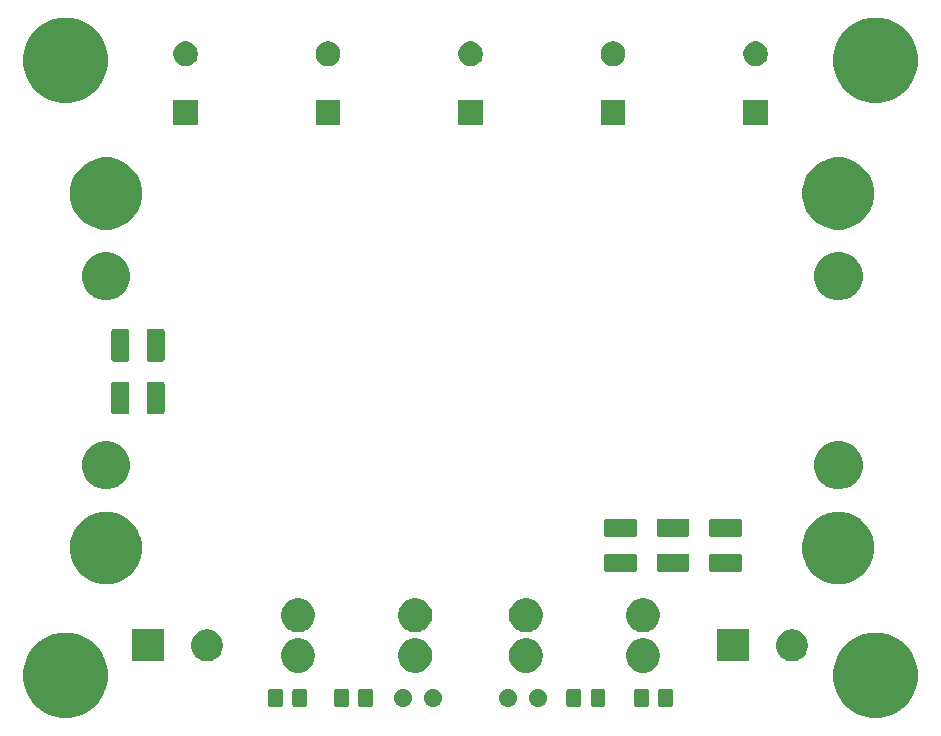
<source format=gts>
G04 #@! TF.GenerationSoftware,KiCad,Pcbnew,5.0.2+dfsg1-1*
G04 #@! TF.CreationDate,2021-08-07T23:33:46+09:00*
G04 #@! TF.ProjectId,juice-plus,6a756963-652d-4706-9c75-732e6b696361,rev?*
G04 #@! TF.SameCoordinates,Original*
G04 #@! TF.FileFunction,Soldermask,Top*
G04 #@! TF.FilePolarity,Negative*
%FSLAX46Y46*%
G04 Gerber Fmt 4.6, Leading zero omitted, Abs format (unit mm)*
G04 Created by KiCad (PCBNEW 5.0.2+dfsg1-1) date Sat 07 Aug 2021 11:33:46 PM JST*
%MOMM*%
%LPD*%
G01*
G04 APERTURE LIST*
%ADD10C,0.100000*%
G04 APERTURE END LIST*
D10*
G36*
X121065079Y-145763345D02*
X121065082Y-145763346D01*
X121065081Y-145763346D01*
X121720240Y-146034721D01*
X122305385Y-146425703D01*
X122309869Y-146428699D01*
X122811301Y-146930131D01*
X122811303Y-146930134D01*
X123205279Y-147519760D01*
X123294181Y-147734390D01*
X123476655Y-148174921D01*
X123615000Y-148870429D01*
X123615000Y-149579571D01*
X123476655Y-150275079D01*
X123476654Y-150275081D01*
X123205279Y-150930240D01*
X122834111Y-151485732D01*
X122811301Y-151519869D01*
X122309869Y-152021301D01*
X122309866Y-152021303D01*
X121720240Y-152415279D01*
X121161026Y-152646912D01*
X121065079Y-152686655D01*
X120369571Y-152825000D01*
X119660429Y-152825000D01*
X118964921Y-152686655D01*
X118868974Y-152646912D01*
X118309760Y-152415279D01*
X117720134Y-152021303D01*
X117720131Y-152021301D01*
X117218699Y-151519869D01*
X117195889Y-151485732D01*
X116824721Y-150930240D01*
X116553346Y-150275081D01*
X116553345Y-150275079D01*
X116415000Y-149579571D01*
X116415000Y-148870429D01*
X116553345Y-148174921D01*
X116735819Y-147734390D01*
X116824721Y-147519760D01*
X117218697Y-146930134D01*
X117218699Y-146930131D01*
X117720131Y-146428699D01*
X117724615Y-146425703D01*
X118309760Y-146034721D01*
X118964919Y-145763346D01*
X118964918Y-145763346D01*
X118964921Y-145763345D01*
X119660429Y-145625000D01*
X120369571Y-145625000D01*
X121065079Y-145763345D01*
X121065079Y-145763345D01*
G37*
G36*
X52485079Y-145763345D02*
X52485082Y-145763346D01*
X52485081Y-145763346D01*
X53140240Y-146034721D01*
X53725385Y-146425703D01*
X53729869Y-146428699D01*
X54231301Y-146930131D01*
X54231303Y-146930134D01*
X54625279Y-147519760D01*
X54714181Y-147734390D01*
X54896655Y-148174921D01*
X55035000Y-148870429D01*
X55035000Y-149579571D01*
X54896655Y-150275079D01*
X54896654Y-150275081D01*
X54625279Y-150930240D01*
X54254111Y-151485732D01*
X54231301Y-151519869D01*
X53729869Y-152021301D01*
X53729866Y-152021303D01*
X53140240Y-152415279D01*
X52581026Y-152646912D01*
X52485079Y-152686655D01*
X51789571Y-152825000D01*
X51080429Y-152825000D01*
X50384921Y-152686655D01*
X50288974Y-152646912D01*
X49729760Y-152415279D01*
X49140134Y-152021303D01*
X49140131Y-152021301D01*
X48638699Y-151519869D01*
X48615889Y-151485732D01*
X48244721Y-150930240D01*
X47973346Y-150275081D01*
X47973345Y-150275079D01*
X47835000Y-149579571D01*
X47835000Y-148870429D01*
X47973345Y-148174921D01*
X48155819Y-147734390D01*
X48244721Y-147519760D01*
X48638697Y-146930134D01*
X48638699Y-146930131D01*
X49140131Y-146428699D01*
X49144615Y-146425703D01*
X49729760Y-146034721D01*
X50384919Y-145763346D01*
X50384918Y-145763346D01*
X50384921Y-145763345D01*
X51080429Y-145625000D01*
X51789571Y-145625000D01*
X52485079Y-145763345D01*
X52485079Y-145763345D01*
G37*
G36*
X71728677Y-150383465D02*
X71766364Y-150394898D01*
X71801103Y-150413466D01*
X71831548Y-150438452D01*
X71856534Y-150468897D01*
X71875102Y-150503636D01*
X71886535Y-150541323D01*
X71891000Y-150586661D01*
X71891000Y-151673339D01*
X71886535Y-151718677D01*
X71875102Y-151756364D01*
X71856534Y-151791103D01*
X71831548Y-151821548D01*
X71801103Y-151846534D01*
X71766364Y-151865102D01*
X71728677Y-151876535D01*
X71683339Y-151881000D01*
X70846661Y-151881000D01*
X70801323Y-151876535D01*
X70763636Y-151865102D01*
X70728897Y-151846534D01*
X70698452Y-151821548D01*
X70673466Y-151791103D01*
X70654898Y-151756364D01*
X70643465Y-151718677D01*
X70639000Y-151673339D01*
X70639000Y-150586661D01*
X70643465Y-150541323D01*
X70654898Y-150503636D01*
X70673466Y-150468897D01*
X70698452Y-150438452D01*
X70728897Y-150413466D01*
X70763636Y-150394898D01*
X70801323Y-150383465D01*
X70846661Y-150379000D01*
X71683339Y-150379000D01*
X71728677Y-150383465D01*
X71728677Y-150383465D01*
G37*
G36*
X89032004Y-150390544D02*
X89119059Y-150407860D01*
X89255732Y-150464472D01*
X89314345Y-150503636D01*
X89378738Y-150546662D01*
X89483338Y-150651262D01*
X89483340Y-150651265D01*
X89565528Y-150774268D01*
X89622140Y-150910941D01*
X89651000Y-151056033D01*
X89651000Y-151203967D01*
X89622140Y-151349059D01*
X89565528Y-151485732D01*
X89565527Y-151485733D01*
X89483338Y-151608738D01*
X89378738Y-151713338D01*
X89378735Y-151713340D01*
X89255732Y-151795528D01*
X89119059Y-151852140D01*
X89053893Y-151865102D01*
X88973969Y-151881000D01*
X88826031Y-151881000D01*
X88746107Y-151865102D01*
X88680941Y-151852140D01*
X88544268Y-151795528D01*
X88421265Y-151713340D01*
X88421262Y-151713338D01*
X88316662Y-151608738D01*
X88234473Y-151485733D01*
X88234472Y-151485732D01*
X88177860Y-151349059D01*
X88149000Y-151203967D01*
X88149000Y-151056033D01*
X88177860Y-150910941D01*
X88234472Y-150774268D01*
X88316660Y-150651265D01*
X88316662Y-150651262D01*
X88421262Y-150546662D01*
X88485655Y-150503636D01*
X88544268Y-150464472D01*
X88680941Y-150407860D01*
X88767996Y-150390544D01*
X88826031Y-150379000D01*
X88973969Y-150379000D01*
X89032004Y-150390544D01*
X89032004Y-150390544D01*
G37*
G36*
X91572004Y-150390544D02*
X91659059Y-150407860D01*
X91795732Y-150464472D01*
X91854345Y-150503636D01*
X91918738Y-150546662D01*
X92023338Y-150651262D01*
X92023340Y-150651265D01*
X92105528Y-150774268D01*
X92162140Y-150910941D01*
X92191000Y-151056033D01*
X92191000Y-151203967D01*
X92162140Y-151349059D01*
X92105528Y-151485732D01*
X92105527Y-151485733D01*
X92023338Y-151608738D01*
X91918738Y-151713338D01*
X91918735Y-151713340D01*
X91795732Y-151795528D01*
X91659059Y-151852140D01*
X91593893Y-151865102D01*
X91513969Y-151881000D01*
X91366031Y-151881000D01*
X91286107Y-151865102D01*
X91220941Y-151852140D01*
X91084268Y-151795528D01*
X90961265Y-151713340D01*
X90961262Y-151713338D01*
X90856662Y-151608738D01*
X90774473Y-151485733D01*
X90774472Y-151485732D01*
X90717860Y-151349059D01*
X90689000Y-151203967D01*
X90689000Y-151056033D01*
X90717860Y-150910941D01*
X90774472Y-150774268D01*
X90856660Y-150651265D01*
X90856662Y-150651262D01*
X90961262Y-150546662D01*
X91025655Y-150503636D01*
X91084268Y-150464472D01*
X91220941Y-150407860D01*
X91307996Y-150390544D01*
X91366031Y-150379000D01*
X91513969Y-150379000D01*
X91572004Y-150390544D01*
X91572004Y-150390544D01*
G37*
G36*
X80142004Y-150390544D02*
X80229059Y-150407860D01*
X80365732Y-150464472D01*
X80424345Y-150503636D01*
X80488738Y-150546662D01*
X80593338Y-150651262D01*
X80593340Y-150651265D01*
X80675528Y-150774268D01*
X80732140Y-150910941D01*
X80761000Y-151056033D01*
X80761000Y-151203967D01*
X80732140Y-151349059D01*
X80675528Y-151485732D01*
X80675527Y-151485733D01*
X80593338Y-151608738D01*
X80488738Y-151713338D01*
X80488735Y-151713340D01*
X80365732Y-151795528D01*
X80229059Y-151852140D01*
X80163893Y-151865102D01*
X80083969Y-151881000D01*
X79936031Y-151881000D01*
X79856107Y-151865102D01*
X79790941Y-151852140D01*
X79654268Y-151795528D01*
X79531265Y-151713340D01*
X79531262Y-151713338D01*
X79426662Y-151608738D01*
X79344473Y-151485733D01*
X79344472Y-151485732D01*
X79287860Y-151349059D01*
X79259000Y-151203967D01*
X79259000Y-151056033D01*
X79287860Y-150910941D01*
X79344472Y-150774268D01*
X79426660Y-150651265D01*
X79426662Y-150651262D01*
X79531262Y-150546662D01*
X79595655Y-150503636D01*
X79654268Y-150464472D01*
X79790941Y-150407860D01*
X79877996Y-150390544D01*
X79936031Y-150379000D01*
X80083969Y-150379000D01*
X80142004Y-150390544D01*
X80142004Y-150390544D01*
G37*
G36*
X82682004Y-150390544D02*
X82769059Y-150407860D01*
X82905732Y-150464472D01*
X82964345Y-150503636D01*
X83028738Y-150546662D01*
X83133338Y-150651262D01*
X83133340Y-150651265D01*
X83215528Y-150774268D01*
X83272140Y-150910941D01*
X83301000Y-151056033D01*
X83301000Y-151203967D01*
X83272140Y-151349059D01*
X83215528Y-151485732D01*
X83215527Y-151485733D01*
X83133338Y-151608738D01*
X83028738Y-151713338D01*
X83028735Y-151713340D01*
X82905732Y-151795528D01*
X82769059Y-151852140D01*
X82703893Y-151865102D01*
X82623969Y-151881000D01*
X82476031Y-151881000D01*
X82396107Y-151865102D01*
X82330941Y-151852140D01*
X82194268Y-151795528D01*
X82071265Y-151713340D01*
X82071262Y-151713338D01*
X81966662Y-151608738D01*
X81884473Y-151485733D01*
X81884472Y-151485732D01*
X81827860Y-151349059D01*
X81799000Y-151203967D01*
X81799000Y-151056033D01*
X81827860Y-150910941D01*
X81884472Y-150774268D01*
X81966660Y-150651265D01*
X81966662Y-150651262D01*
X82071262Y-150546662D01*
X82135655Y-150503636D01*
X82194268Y-150464472D01*
X82330941Y-150407860D01*
X82417996Y-150390544D01*
X82476031Y-150379000D01*
X82623969Y-150379000D01*
X82682004Y-150390544D01*
X82682004Y-150390544D01*
G37*
G36*
X94933677Y-150383465D02*
X94971364Y-150394898D01*
X95006103Y-150413466D01*
X95036548Y-150438452D01*
X95061534Y-150468897D01*
X95080102Y-150503636D01*
X95091535Y-150541323D01*
X95096000Y-150586661D01*
X95096000Y-151673339D01*
X95091535Y-151718677D01*
X95080102Y-151756364D01*
X95061534Y-151791103D01*
X95036548Y-151821548D01*
X95006103Y-151846534D01*
X94971364Y-151865102D01*
X94933677Y-151876535D01*
X94888339Y-151881000D01*
X94051661Y-151881000D01*
X94006323Y-151876535D01*
X93968636Y-151865102D01*
X93933897Y-151846534D01*
X93903452Y-151821548D01*
X93878466Y-151791103D01*
X93859898Y-151756364D01*
X93848465Y-151718677D01*
X93844000Y-151673339D01*
X93844000Y-150586661D01*
X93848465Y-150541323D01*
X93859898Y-150503636D01*
X93878466Y-150468897D01*
X93903452Y-150438452D01*
X93933897Y-150413466D01*
X93968636Y-150394898D01*
X94006323Y-150383465D01*
X94051661Y-150379000D01*
X94888339Y-150379000D01*
X94933677Y-150383465D01*
X94933677Y-150383465D01*
G37*
G36*
X96983677Y-150383465D02*
X97021364Y-150394898D01*
X97056103Y-150413466D01*
X97086548Y-150438452D01*
X97111534Y-150468897D01*
X97130102Y-150503636D01*
X97141535Y-150541323D01*
X97146000Y-150586661D01*
X97146000Y-151673339D01*
X97141535Y-151718677D01*
X97130102Y-151756364D01*
X97111534Y-151791103D01*
X97086548Y-151821548D01*
X97056103Y-151846534D01*
X97021364Y-151865102D01*
X96983677Y-151876535D01*
X96938339Y-151881000D01*
X96101661Y-151881000D01*
X96056323Y-151876535D01*
X96018636Y-151865102D01*
X95983897Y-151846534D01*
X95953452Y-151821548D01*
X95928466Y-151791103D01*
X95909898Y-151756364D01*
X95898465Y-151718677D01*
X95894000Y-151673339D01*
X95894000Y-150586661D01*
X95898465Y-150541323D01*
X95909898Y-150503636D01*
X95928466Y-150468897D01*
X95953452Y-150438452D01*
X95983897Y-150413466D01*
X96018636Y-150394898D01*
X96056323Y-150383465D01*
X96101661Y-150379000D01*
X96938339Y-150379000D01*
X96983677Y-150383465D01*
X96983677Y-150383465D01*
G37*
G36*
X77298677Y-150383465D02*
X77336364Y-150394898D01*
X77371103Y-150413466D01*
X77401548Y-150438452D01*
X77426534Y-150468897D01*
X77445102Y-150503636D01*
X77456535Y-150541323D01*
X77461000Y-150586661D01*
X77461000Y-151673339D01*
X77456535Y-151718677D01*
X77445102Y-151756364D01*
X77426534Y-151791103D01*
X77401548Y-151821548D01*
X77371103Y-151846534D01*
X77336364Y-151865102D01*
X77298677Y-151876535D01*
X77253339Y-151881000D01*
X76416661Y-151881000D01*
X76371323Y-151876535D01*
X76333636Y-151865102D01*
X76298897Y-151846534D01*
X76268452Y-151821548D01*
X76243466Y-151791103D01*
X76224898Y-151756364D01*
X76213465Y-151718677D01*
X76209000Y-151673339D01*
X76209000Y-150586661D01*
X76213465Y-150541323D01*
X76224898Y-150503636D01*
X76243466Y-150468897D01*
X76268452Y-150438452D01*
X76298897Y-150413466D01*
X76333636Y-150394898D01*
X76371323Y-150383465D01*
X76416661Y-150379000D01*
X77253339Y-150379000D01*
X77298677Y-150383465D01*
X77298677Y-150383465D01*
G37*
G36*
X75248677Y-150383465D02*
X75286364Y-150394898D01*
X75321103Y-150413466D01*
X75351548Y-150438452D01*
X75376534Y-150468897D01*
X75395102Y-150503636D01*
X75406535Y-150541323D01*
X75411000Y-150586661D01*
X75411000Y-151673339D01*
X75406535Y-151718677D01*
X75395102Y-151756364D01*
X75376534Y-151791103D01*
X75351548Y-151821548D01*
X75321103Y-151846534D01*
X75286364Y-151865102D01*
X75248677Y-151876535D01*
X75203339Y-151881000D01*
X74366661Y-151881000D01*
X74321323Y-151876535D01*
X74283636Y-151865102D01*
X74248897Y-151846534D01*
X74218452Y-151821548D01*
X74193466Y-151791103D01*
X74174898Y-151756364D01*
X74163465Y-151718677D01*
X74159000Y-151673339D01*
X74159000Y-150586661D01*
X74163465Y-150541323D01*
X74174898Y-150503636D01*
X74193466Y-150468897D01*
X74218452Y-150438452D01*
X74248897Y-150413466D01*
X74283636Y-150394898D01*
X74321323Y-150383465D01*
X74366661Y-150379000D01*
X75203339Y-150379000D01*
X75248677Y-150383465D01*
X75248677Y-150383465D01*
G37*
G36*
X100648677Y-150383465D02*
X100686364Y-150394898D01*
X100721103Y-150413466D01*
X100751548Y-150438452D01*
X100776534Y-150468897D01*
X100795102Y-150503636D01*
X100806535Y-150541323D01*
X100811000Y-150586661D01*
X100811000Y-151673339D01*
X100806535Y-151718677D01*
X100795102Y-151756364D01*
X100776534Y-151791103D01*
X100751548Y-151821548D01*
X100721103Y-151846534D01*
X100686364Y-151865102D01*
X100648677Y-151876535D01*
X100603339Y-151881000D01*
X99766661Y-151881000D01*
X99721323Y-151876535D01*
X99683636Y-151865102D01*
X99648897Y-151846534D01*
X99618452Y-151821548D01*
X99593466Y-151791103D01*
X99574898Y-151756364D01*
X99563465Y-151718677D01*
X99559000Y-151673339D01*
X99559000Y-150586661D01*
X99563465Y-150541323D01*
X99574898Y-150503636D01*
X99593466Y-150468897D01*
X99618452Y-150438452D01*
X99648897Y-150413466D01*
X99683636Y-150394898D01*
X99721323Y-150383465D01*
X99766661Y-150379000D01*
X100603339Y-150379000D01*
X100648677Y-150383465D01*
X100648677Y-150383465D01*
G37*
G36*
X102698677Y-150383465D02*
X102736364Y-150394898D01*
X102771103Y-150413466D01*
X102801548Y-150438452D01*
X102826534Y-150468897D01*
X102845102Y-150503636D01*
X102856535Y-150541323D01*
X102861000Y-150586661D01*
X102861000Y-151673339D01*
X102856535Y-151718677D01*
X102845102Y-151756364D01*
X102826534Y-151791103D01*
X102801548Y-151821548D01*
X102771103Y-151846534D01*
X102736364Y-151865102D01*
X102698677Y-151876535D01*
X102653339Y-151881000D01*
X101816661Y-151881000D01*
X101771323Y-151876535D01*
X101733636Y-151865102D01*
X101698897Y-151846534D01*
X101668452Y-151821548D01*
X101643466Y-151791103D01*
X101624898Y-151756364D01*
X101613465Y-151718677D01*
X101609000Y-151673339D01*
X101609000Y-150586661D01*
X101613465Y-150541323D01*
X101624898Y-150503636D01*
X101643466Y-150468897D01*
X101668452Y-150438452D01*
X101698897Y-150413466D01*
X101733636Y-150394898D01*
X101771323Y-150383465D01*
X101816661Y-150379000D01*
X102653339Y-150379000D01*
X102698677Y-150383465D01*
X102698677Y-150383465D01*
G37*
G36*
X69678677Y-150383465D02*
X69716364Y-150394898D01*
X69751103Y-150413466D01*
X69781548Y-150438452D01*
X69806534Y-150468897D01*
X69825102Y-150503636D01*
X69836535Y-150541323D01*
X69841000Y-150586661D01*
X69841000Y-151673339D01*
X69836535Y-151718677D01*
X69825102Y-151756364D01*
X69806534Y-151791103D01*
X69781548Y-151821548D01*
X69751103Y-151846534D01*
X69716364Y-151865102D01*
X69678677Y-151876535D01*
X69633339Y-151881000D01*
X68796661Y-151881000D01*
X68751323Y-151876535D01*
X68713636Y-151865102D01*
X68678897Y-151846534D01*
X68648452Y-151821548D01*
X68623466Y-151791103D01*
X68604898Y-151756364D01*
X68593465Y-151718677D01*
X68589000Y-151673339D01*
X68589000Y-150586661D01*
X68593465Y-150541323D01*
X68604898Y-150503636D01*
X68623466Y-150468897D01*
X68648452Y-150438452D01*
X68678897Y-150413466D01*
X68713636Y-150394898D01*
X68751323Y-150383465D01*
X68796661Y-150379000D01*
X69633339Y-150379000D01*
X69678677Y-150383465D01*
X69678677Y-150383465D01*
G37*
G36*
X100750324Y-146159377D02*
X101012568Y-146268002D01*
X101248587Y-146425705D01*
X101449295Y-146626413D01*
X101606998Y-146862432D01*
X101715623Y-147124676D01*
X101771000Y-147403073D01*
X101771000Y-147686927D01*
X101715623Y-147965324D01*
X101606998Y-148227568D01*
X101449295Y-148463587D01*
X101248587Y-148664295D01*
X101012568Y-148821998D01*
X100750324Y-148930623D01*
X100471927Y-148986000D01*
X100188073Y-148986000D01*
X99909676Y-148930623D01*
X99647432Y-148821998D01*
X99411413Y-148664295D01*
X99210705Y-148463587D01*
X99053002Y-148227568D01*
X98944377Y-147965324D01*
X98889000Y-147686927D01*
X98889000Y-147403073D01*
X98944377Y-147124676D01*
X99053002Y-146862432D01*
X99210705Y-146626413D01*
X99411413Y-146425705D01*
X99647432Y-146268002D01*
X99909676Y-146159377D01*
X100188073Y-146104000D01*
X100471927Y-146104000D01*
X100750324Y-146159377D01*
X100750324Y-146159377D01*
G37*
G36*
X71540324Y-146159377D02*
X71802568Y-146268002D01*
X72038587Y-146425705D01*
X72239295Y-146626413D01*
X72396998Y-146862432D01*
X72505623Y-147124676D01*
X72561000Y-147403073D01*
X72561000Y-147686927D01*
X72505623Y-147965324D01*
X72396998Y-148227568D01*
X72239295Y-148463587D01*
X72038587Y-148664295D01*
X71802568Y-148821998D01*
X71540324Y-148930623D01*
X71261927Y-148986000D01*
X70978073Y-148986000D01*
X70699676Y-148930623D01*
X70437432Y-148821998D01*
X70201413Y-148664295D01*
X70000705Y-148463587D01*
X69843002Y-148227568D01*
X69734377Y-147965324D01*
X69679000Y-147686927D01*
X69679000Y-147403073D01*
X69734377Y-147124676D01*
X69843002Y-146862432D01*
X70000705Y-146626413D01*
X70201413Y-146425705D01*
X70437432Y-146268002D01*
X70699676Y-146159377D01*
X70978073Y-146104000D01*
X71261927Y-146104000D01*
X71540324Y-146159377D01*
X71540324Y-146159377D01*
G37*
G36*
X81460324Y-146159377D02*
X81722568Y-146268002D01*
X81958587Y-146425705D01*
X82159295Y-146626413D01*
X82316998Y-146862432D01*
X82425623Y-147124676D01*
X82481000Y-147403073D01*
X82481000Y-147686927D01*
X82425623Y-147965324D01*
X82316998Y-148227568D01*
X82159295Y-148463587D01*
X81958587Y-148664295D01*
X81722568Y-148821998D01*
X81460324Y-148930623D01*
X81181927Y-148986000D01*
X80898073Y-148986000D01*
X80619676Y-148930623D01*
X80357432Y-148821998D01*
X80121413Y-148664295D01*
X79920705Y-148463587D01*
X79763002Y-148227568D01*
X79654377Y-147965324D01*
X79599000Y-147686927D01*
X79599000Y-147403073D01*
X79654377Y-147124676D01*
X79763002Y-146862432D01*
X79920705Y-146626413D01*
X80121413Y-146425705D01*
X80357432Y-146268002D01*
X80619676Y-146159377D01*
X80898073Y-146104000D01*
X81181927Y-146104000D01*
X81460324Y-146159377D01*
X81460324Y-146159377D01*
G37*
G36*
X90830324Y-146159377D02*
X91092568Y-146268002D01*
X91328587Y-146425705D01*
X91529295Y-146626413D01*
X91686998Y-146862432D01*
X91795623Y-147124676D01*
X91851000Y-147403073D01*
X91851000Y-147686927D01*
X91795623Y-147965324D01*
X91686998Y-148227568D01*
X91529295Y-148463587D01*
X91328587Y-148664295D01*
X91092568Y-148821998D01*
X90830324Y-148930623D01*
X90551927Y-148986000D01*
X90268073Y-148986000D01*
X89989676Y-148930623D01*
X89727432Y-148821998D01*
X89491413Y-148664295D01*
X89290705Y-148463587D01*
X89133002Y-148227568D01*
X89024377Y-147965324D01*
X88969000Y-147686927D01*
X88969000Y-147403073D01*
X89024377Y-147124676D01*
X89133002Y-146862432D01*
X89290705Y-146626413D01*
X89491413Y-146425705D01*
X89727432Y-146268002D01*
X89989676Y-146159377D01*
X90268073Y-146104000D01*
X90551927Y-146104000D01*
X90830324Y-146159377D01*
X90830324Y-146159377D01*
G37*
G36*
X59771000Y-148036000D02*
X57069000Y-148036000D01*
X57069000Y-145334000D01*
X59771000Y-145334000D01*
X59771000Y-148036000D01*
X59771000Y-148036000D01*
G37*
G36*
X63683567Y-145359959D02*
X63814072Y-145385918D01*
X64059939Y-145487759D01*
X64265333Y-145625000D01*
X64281215Y-145635612D01*
X64469388Y-145823785D01*
X64469390Y-145823788D01*
X64617241Y-146045061D01*
X64709586Y-146268003D01*
X64719082Y-146290929D01*
X64771000Y-146551937D01*
X64771000Y-146818063D01*
X64762174Y-146862432D01*
X64719082Y-147079072D01*
X64617241Y-147324939D01*
X64565032Y-147403074D01*
X64469388Y-147546215D01*
X64281215Y-147734388D01*
X64281212Y-147734390D01*
X64059939Y-147882241D01*
X63814072Y-147984082D01*
X63683567Y-148010041D01*
X63553063Y-148036000D01*
X63286937Y-148036000D01*
X63156433Y-148010041D01*
X63025928Y-147984082D01*
X62780061Y-147882241D01*
X62558788Y-147734390D01*
X62558785Y-147734388D01*
X62370612Y-147546215D01*
X62274968Y-147403074D01*
X62222759Y-147324939D01*
X62120918Y-147079072D01*
X62077826Y-146862432D01*
X62069000Y-146818063D01*
X62069000Y-146551937D01*
X62120918Y-146290929D01*
X62130414Y-146268003D01*
X62222759Y-146045061D01*
X62370610Y-145823788D01*
X62370612Y-145823785D01*
X62558785Y-145635612D01*
X62574667Y-145625000D01*
X62780061Y-145487759D01*
X63025928Y-145385918D01*
X63156433Y-145359959D01*
X63286937Y-145334000D01*
X63553063Y-145334000D01*
X63683567Y-145359959D01*
X63683567Y-145359959D01*
G37*
G36*
X109301000Y-148036000D02*
X106599000Y-148036000D01*
X106599000Y-145334000D01*
X109301000Y-145334000D01*
X109301000Y-148036000D01*
X109301000Y-148036000D01*
G37*
G36*
X113213567Y-145359959D02*
X113344072Y-145385918D01*
X113589939Y-145487759D01*
X113795333Y-145625000D01*
X113811215Y-145635612D01*
X113999388Y-145823785D01*
X113999390Y-145823788D01*
X114147241Y-146045061D01*
X114239586Y-146268003D01*
X114249082Y-146290929D01*
X114301000Y-146551937D01*
X114301000Y-146818063D01*
X114292174Y-146862432D01*
X114249082Y-147079072D01*
X114147241Y-147324939D01*
X114095032Y-147403074D01*
X113999388Y-147546215D01*
X113811215Y-147734388D01*
X113811212Y-147734390D01*
X113589939Y-147882241D01*
X113344072Y-147984082D01*
X113213567Y-148010041D01*
X113083063Y-148036000D01*
X112816937Y-148036000D01*
X112686433Y-148010041D01*
X112555928Y-147984082D01*
X112310061Y-147882241D01*
X112088788Y-147734390D01*
X112088785Y-147734388D01*
X111900612Y-147546215D01*
X111804968Y-147403074D01*
X111752759Y-147324939D01*
X111650918Y-147079072D01*
X111607826Y-146862432D01*
X111599000Y-146818063D01*
X111599000Y-146551937D01*
X111650918Y-146290929D01*
X111660414Y-146268003D01*
X111752759Y-146045061D01*
X111900610Y-145823788D01*
X111900612Y-145823785D01*
X112088785Y-145635612D01*
X112104667Y-145625000D01*
X112310061Y-145487759D01*
X112555928Y-145385918D01*
X112686433Y-145359959D01*
X112816937Y-145334000D01*
X113083063Y-145334000D01*
X113213567Y-145359959D01*
X113213567Y-145359959D01*
G37*
G36*
X100750324Y-142759377D02*
X101012568Y-142868002D01*
X101248587Y-143025705D01*
X101449295Y-143226413D01*
X101606998Y-143462432D01*
X101715623Y-143724676D01*
X101771000Y-144003073D01*
X101771000Y-144286927D01*
X101715623Y-144565324D01*
X101606998Y-144827568D01*
X101449295Y-145063587D01*
X101248587Y-145264295D01*
X101012568Y-145421998D01*
X100750324Y-145530623D01*
X100471927Y-145586000D01*
X100188073Y-145586000D01*
X99909676Y-145530623D01*
X99647432Y-145421998D01*
X99411413Y-145264295D01*
X99210705Y-145063587D01*
X99053002Y-144827568D01*
X98944377Y-144565324D01*
X98889000Y-144286927D01*
X98889000Y-144003073D01*
X98944377Y-143724676D01*
X99053002Y-143462432D01*
X99210705Y-143226413D01*
X99411413Y-143025705D01*
X99647432Y-142868002D01*
X99909676Y-142759377D01*
X100188073Y-142704000D01*
X100471927Y-142704000D01*
X100750324Y-142759377D01*
X100750324Y-142759377D01*
G37*
G36*
X71540324Y-142759377D02*
X71802568Y-142868002D01*
X72038587Y-143025705D01*
X72239295Y-143226413D01*
X72396998Y-143462432D01*
X72505623Y-143724676D01*
X72561000Y-144003073D01*
X72561000Y-144286927D01*
X72505623Y-144565324D01*
X72396998Y-144827568D01*
X72239295Y-145063587D01*
X72038587Y-145264295D01*
X71802568Y-145421998D01*
X71540324Y-145530623D01*
X71261927Y-145586000D01*
X70978073Y-145586000D01*
X70699676Y-145530623D01*
X70437432Y-145421998D01*
X70201413Y-145264295D01*
X70000705Y-145063587D01*
X69843002Y-144827568D01*
X69734377Y-144565324D01*
X69679000Y-144286927D01*
X69679000Y-144003073D01*
X69734377Y-143724676D01*
X69843002Y-143462432D01*
X70000705Y-143226413D01*
X70201413Y-143025705D01*
X70437432Y-142868002D01*
X70699676Y-142759377D01*
X70978073Y-142704000D01*
X71261927Y-142704000D01*
X71540324Y-142759377D01*
X71540324Y-142759377D01*
G37*
G36*
X81460324Y-142759377D02*
X81722568Y-142868002D01*
X81958587Y-143025705D01*
X82159295Y-143226413D01*
X82316998Y-143462432D01*
X82425623Y-143724676D01*
X82481000Y-144003073D01*
X82481000Y-144286927D01*
X82425623Y-144565324D01*
X82316998Y-144827568D01*
X82159295Y-145063587D01*
X81958587Y-145264295D01*
X81722568Y-145421998D01*
X81460324Y-145530623D01*
X81181927Y-145586000D01*
X80898073Y-145586000D01*
X80619676Y-145530623D01*
X80357432Y-145421998D01*
X80121413Y-145264295D01*
X79920705Y-145063587D01*
X79763002Y-144827568D01*
X79654377Y-144565324D01*
X79599000Y-144286927D01*
X79599000Y-144003073D01*
X79654377Y-143724676D01*
X79763002Y-143462432D01*
X79920705Y-143226413D01*
X80121413Y-143025705D01*
X80357432Y-142868002D01*
X80619676Y-142759377D01*
X80898073Y-142704000D01*
X81181927Y-142704000D01*
X81460324Y-142759377D01*
X81460324Y-142759377D01*
G37*
G36*
X90830324Y-142759377D02*
X91092568Y-142868002D01*
X91328587Y-143025705D01*
X91529295Y-143226413D01*
X91686998Y-143462432D01*
X91795623Y-143724676D01*
X91851000Y-144003073D01*
X91851000Y-144286927D01*
X91795623Y-144565324D01*
X91686998Y-144827568D01*
X91529295Y-145063587D01*
X91328587Y-145264295D01*
X91092568Y-145421998D01*
X90830324Y-145530623D01*
X90551927Y-145586000D01*
X90268073Y-145586000D01*
X89989676Y-145530623D01*
X89727432Y-145421998D01*
X89491413Y-145264295D01*
X89290705Y-145063587D01*
X89133002Y-144827568D01*
X89024377Y-144565324D01*
X88969000Y-144286927D01*
X88969000Y-144003073D01*
X89024377Y-143724676D01*
X89133002Y-143462432D01*
X89290705Y-143226413D01*
X89491413Y-143025705D01*
X89727432Y-142868002D01*
X89989676Y-142759377D01*
X90268073Y-142704000D01*
X90551927Y-142704000D01*
X90830324Y-142759377D01*
X90830324Y-142759377D01*
G37*
G36*
X55753941Y-135496248D02*
X55753943Y-135496249D01*
X55753944Y-135496249D01*
X56309190Y-135726239D01*
X56743786Y-136016627D01*
X56808902Y-136060136D01*
X57233864Y-136485098D01*
X57233866Y-136485101D01*
X57567761Y-136984810D01*
X57774263Y-137483352D01*
X57797752Y-137540059D01*
X57915000Y-138129501D01*
X57915000Y-138730499D01*
X57820736Y-139204395D01*
X57797751Y-139319944D01*
X57567761Y-139875190D01*
X57567760Y-139875191D01*
X57233864Y-140374902D01*
X56808902Y-140799864D01*
X56808899Y-140799866D01*
X56309190Y-141133761D01*
X55753944Y-141363751D01*
X55753943Y-141363751D01*
X55753941Y-141363752D01*
X55164499Y-141481000D01*
X54563501Y-141481000D01*
X53974059Y-141363752D01*
X53974057Y-141363751D01*
X53974056Y-141363751D01*
X53418810Y-141133761D01*
X52919101Y-140799866D01*
X52919098Y-140799864D01*
X52494136Y-140374902D01*
X52160240Y-139875191D01*
X52160239Y-139875190D01*
X51930249Y-139319944D01*
X51907265Y-139204395D01*
X51813000Y-138730499D01*
X51813000Y-138129501D01*
X51930248Y-137540059D01*
X51953737Y-137483352D01*
X52160239Y-136984810D01*
X52494134Y-136485101D01*
X52494136Y-136485098D01*
X52919098Y-136060136D01*
X52984214Y-136016627D01*
X53418810Y-135726239D01*
X53974056Y-135496249D01*
X53974057Y-135496249D01*
X53974059Y-135496248D01*
X54563501Y-135379000D01*
X55164499Y-135379000D01*
X55753941Y-135496248D01*
X55753941Y-135496248D01*
G37*
G36*
X117753941Y-135496248D02*
X117753943Y-135496249D01*
X117753944Y-135496249D01*
X118309190Y-135726239D01*
X118743786Y-136016627D01*
X118808902Y-136060136D01*
X119233864Y-136485098D01*
X119233866Y-136485101D01*
X119567761Y-136984810D01*
X119774263Y-137483352D01*
X119797752Y-137540059D01*
X119915000Y-138129501D01*
X119915000Y-138730499D01*
X119820736Y-139204395D01*
X119797751Y-139319944D01*
X119567761Y-139875190D01*
X119567760Y-139875191D01*
X119233864Y-140374902D01*
X118808902Y-140799864D01*
X118808899Y-140799866D01*
X118309190Y-141133761D01*
X117753944Y-141363751D01*
X117753943Y-141363751D01*
X117753941Y-141363752D01*
X117164499Y-141481000D01*
X116563501Y-141481000D01*
X115974059Y-141363752D01*
X115974057Y-141363751D01*
X115974056Y-141363751D01*
X115418810Y-141133761D01*
X114919101Y-140799866D01*
X114919098Y-140799864D01*
X114494136Y-140374902D01*
X114160240Y-139875191D01*
X114160239Y-139875190D01*
X113930249Y-139319944D01*
X113907265Y-139204395D01*
X113813000Y-138730499D01*
X113813000Y-138129501D01*
X113930248Y-137540059D01*
X113953737Y-137483352D01*
X114160239Y-136984810D01*
X114494134Y-136485101D01*
X114494136Y-136485098D01*
X114919098Y-136060136D01*
X114984214Y-136016627D01*
X115418810Y-135726239D01*
X115974056Y-135496249D01*
X115974057Y-135496249D01*
X115974059Y-135496248D01*
X116563501Y-135379000D01*
X117164499Y-135379000D01*
X117753941Y-135496248D01*
X117753941Y-135496248D01*
G37*
G36*
X104095562Y-138940681D02*
X104130477Y-138951273D01*
X104162665Y-138968478D01*
X104190873Y-138991627D01*
X104214022Y-139019835D01*
X104231227Y-139052023D01*
X104241819Y-139086938D01*
X104246000Y-139129395D01*
X104246000Y-140270605D01*
X104241819Y-140313062D01*
X104231227Y-140347977D01*
X104214022Y-140380165D01*
X104190873Y-140408373D01*
X104162665Y-140431522D01*
X104130477Y-140448727D01*
X104095562Y-140459319D01*
X104053105Y-140463500D01*
X101686895Y-140463500D01*
X101644438Y-140459319D01*
X101609523Y-140448727D01*
X101577335Y-140431522D01*
X101549127Y-140408373D01*
X101525978Y-140380165D01*
X101508773Y-140347977D01*
X101498181Y-140313062D01*
X101494000Y-140270605D01*
X101494000Y-139129395D01*
X101498181Y-139086938D01*
X101508773Y-139052023D01*
X101525978Y-139019835D01*
X101549127Y-138991627D01*
X101577335Y-138968478D01*
X101609523Y-138951273D01*
X101644438Y-138940681D01*
X101686895Y-138936500D01*
X104053105Y-138936500D01*
X104095562Y-138940681D01*
X104095562Y-138940681D01*
G37*
G36*
X108540562Y-138940681D02*
X108575477Y-138951273D01*
X108607665Y-138968478D01*
X108635873Y-138991627D01*
X108659022Y-139019835D01*
X108676227Y-139052023D01*
X108686819Y-139086938D01*
X108691000Y-139129395D01*
X108691000Y-140270605D01*
X108686819Y-140313062D01*
X108676227Y-140347977D01*
X108659022Y-140380165D01*
X108635873Y-140408373D01*
X108607665Y-140431522D01*
X108575477Y-140448727D01*
X108540562Y-140459319D01*
X108498105Y-140463500D01*
X106131895Y-140463500D01*
X106089438Y-140459319D01*
X106054523Y-140448727D01*
X106022335Y-140431522D01*
X105994127Y-140408373D01*
X105970978Y-140380165D01*
X105953773Y-140347977D01*
X105943181Y-140313062D01*
X105939000Y-140270605D01*
X105939000Y-139129395D01*
X105943181Y-139086938D01*
X105953773Y-139052023D01*
X105970978Y-139019835D01*
X105994127Y-138991627D01*
X106022335Y-138968478D01*
X106054523Y-138951273D01*
X106089438Y-138940681D01*
X106131895Y-138936500D01*
X108498105Y-138936500D01*
X108540562Y-138940681D01*
X108540562Y-138940681D01*
G37*
G36*
X99650562Y-138940681D02*
X99685477Y-138951273D01*
X99717665Y-138968478D01*
X99745873Y-138991627D01*
X99769022Y-139019835D01*
X99786227Y-139052023D01*
X99796819Y-139086938D01*
X99801000Y-139129395D01*
X99801000Y-140270605D01*
X99796819Y-140313062D01*
X99786227Y-140347977D01*
X99769022Y-140380165D01*
X99745873Y-140408373D01*
X99717665Y-140431522D01*
X99685477Y-140448727D01*
X99650562Y-140459319D01*
X99608105Y-140463500D01*
X97241895Y-140463500D01*
X97199438Y-140459319D01*
X97164523Y-140448727D01*
X97132335Y-140431522D01*
X97104127Y-140408373D01*
X97080978Y-140380165D01*
X97063773Y-140347977D01*
X97053181Y-140313062D01*
X97049000Y-140270605D01*
X97049000Y-139129395D01*
X97053181Y-139086938D01*
X97063773Y-139052023D01*
X97080978Y-139019835D01*
X97104127Y-138991627D01*
X97132335Y-138968478D01*
X97164523Y-138951273D01*
X97199438Y-138940681D01*
X97241895Y-138936500D01*
X99608105Y-138936500D01*
X99650562Y-138940681D01*
X99650562Y-138940681D01*
G37*
G36*
X99650562Y-135965681D02*
X99685477Y-135976273D01*
X99717665Y-135993478D01*
X99745873Y-136016627D01*
X99769022Y-136044835D01*
X99786227Y-136077023D01*
X99796819Y-136111938D01*
X99801000Y-136154395D01*
X99801000Y-137295605D01*
X99796819Y-137338062D01*
X99786227Y-137372977D01*
X99769022Y-137405165D01*
X99745873Y-137433373D01*
X99717665Y-137456522D01*
X99685477Y-137473727D01*
X99650562Y-137484319D01*
X99608105Y-137488500D01*
X97241895Y-137488500D01*
X97199438Y-137484319D01*
X97164523Y-137473727D01*
X97132335Y-137456522D01*
X97104127Y-137433373D01*
X97080978Y-137405165D01*
X97063773Y-137372977D01*
X97053181Y-137338062D01*
X97049000Y-137295605D01*
X97049000Y-136154395D01*
X97053181Y-136111938D01*
X97063773Y-136077023D01*
X97080978Y-136044835D01*
X97104127Y-136016627D01*
X97132335Y-135993478D01*
X97164523Y-135976273D01*
X97199438Y-135965681D01*
X97241895Y-135961500D01*
X99608105Y-135961500D01*
X99650562Y-135965681D01*
X99650562Y-135965681D01*
G37*
G36*
X104095562Y-135965681D02*
X104130477Y-135976273D01*
X104162665Y-135993478D01*
X104190873Y-136016627D01*
X104214022Y-136044835D01*
X104231227Y-136077023D01*
X104241819Y-136111938D01*
X104246000Y-136154395D01*
X104246000Y-137295605D01*
X104241819Y-137338062D01*
X104231227Y-137372977D01*
X104214022Y-137405165D01*
X104190873Y-137433373D01*
X104162665Y-137456522D01*
X104130477Y-137473727D01*
X104095562Y-137484319D01*
X104053105Y-137488500D01*
X101686895Y-137488500D01*
X101644438Y-137484319D01*
X101609523Y-137473727D01*
X101577335Y-137456522D01*
X101549127Y-137433373D01*
X101525978Y-137405165D01*
X101508773Y-137372977D01*
X101498181Y-137338062D01*
X101494000Y-137295605D01*
X101494000Y-136154395D01*
X101498181Y-136111938D01*
X101508773Y-136077023D01*
X101525978Y-136044835D01*
X101549127Y-136016627D01*
X101577335Y-135993478D01*
X101609523Y-135976273D01*
X101644438Y-135965681D01*
X101686895Y-135961500D01*
X104053105Y-135961500D01*
X104095562Y-135965681D01*
X104095562Y-135965681D01*
G37*
G36*
X108540562Y-135965681D02*
X108575477Y-135976273D01*
X108607665Y-135993478D01*
X108635873Y-136016627D01*
X108659022Y-136044835D01*
X108676227Y-136077023D01*
X108686819Y-136111938D01*
X108691000Y-136154395D01*
X108691000Y-137295605D01*
X108686819Y-137338062D01*
X108676227Y-137372977D01*
X108659022Y-137405165D01*
X108635873Y-137433373D01*
X108607665Y-137456522D01*
X108575477Y-137473727D01*
X108540562Y-137484319D01*
X108498105Y-137488500D01*
X106131895Y-137488500D01*
X106089438Y-137484319D01*
X106054523Y-137473727D01*
X106022335Y-137456522D01*
X105994127Y-137433373D01*
X105970978Y-137405165D01*
X105953773Y-137372977D01*
X105943181Y-137338062D01*
X105939000Y-137295605D01*
X105939000Y-136154395D01*
X105943181Y-136111938D01*
X105953773Y-136077023D01*
X105970978Y-136044835D01*
X105994127Y-136016627D01*
X106022335Y-135993478D01*
X106054523Y-135976273D01*
X106089438Y-135965681D01*
X106131895Y-135961500D01*
X108498105Y-135961500D01*
X108540562Y-135965681D01*
X108540562Y-135965681D01*
G37*
G36*
X55462252Y-129457818D02*
X55462254Y-129457819D01*
X55462255Y-129457819D01*
X55835513Y-129612427D01*
X55835514Y-129612428D01*
X56171439Y-129836886D01*
X56457114Y-130122561D01*
X56457116Y-130122564D01*
X56681573Y-130458487D01*
X56836181Y-130831745D01*
X56915000Y-131227994D01*
X56915000Y-131632006D01*
X56836181Y-132028255D01*
X56681573Y-132401513D01*
X56681572Y-132401514D01*
X56457114Y-132737439D01*
X56171439Y-133023114D01*
X56171436Y-133023116D01*
X55835513Y-133247573D01*
X55462255Y-133402181D01*
X55462254Y-133402181D01*
X55462252Y-133402182D01*
X55066007Y-133481000D01*
X54661993Y-133481000D01*
X54265748Y-133402182D01*
X54265746Y-133402181D01*
X54265745Y-133402181D01*
X53892487Y-133247573D01*
X53556564Y-133023116D01*
X53556561Y-133023114D01*
X53270886Y-132737439D01*
X53046428Y-132401514D01*
X53046427Y-132401513D01*
X52891819Y-132028255D01*
X52813000Y-131632006D01*
X52813000Y-131227994D01*
X52891819Y-130831745D01*
X53046427Y-130458487D01*
X53270884Y-130122564D01*
X53270886Y-130122561D01*
X53556561Y-129836886D01*
X53892486Y-129612428D01*
X53892487Y-129612427D01*
X54265745Y-129457819D01*
X54265746Y-129457819D01*
X54265748Y-129457818D01*
X54661993Y-129379000D01*
X55066007Y-129379000D01*
X55462252Y-129457818D01*
X55462252Y-129457818D01*
G37*
G36*
X117462252Y-129457818D02*
X117462254Y-129457819D01*
X117462255Y-129457819D01*
X117835513Y-129612427D01*
X117835514Y-129612428D01*
X118171439Y-129836886D01*
X118457114Y-130122561D01*
X118457116Y-130122564D01*
X118681573Y-130458487D01*
X118836181Y-130831745D01*
X118915000Y-131227994D01*
X118915000Y-131632006D01*
X118836181Y-132028255D01*
X118681573Y-132401513D01*
X118681572Y-132401514D01*
X118457114Y-132737439D01*
X118171439Y-133023114D01*
X118171436Y-133023116D01*
X117835513Y-133247573D01*
X117462255Y-133402181D01*
X117462254Y-133402181D01*
X117462252Y-133402182D01*
X117066007Y-133481000D01*
X116661993Y-133481000D01*
X116265748Y-133402182D01*
X116265746Y-133402181D01*
X116265745Y-133402181D01*
X115892487Y-133247573D01*
X115556564Y-133023116D01*
X115556561Y-133023114D01*
X115270886Y-132737439D01*
X115046428Y-132401514D01*
X115046427Y-132401513D01*
X114891819Y-132028255D01*
X114813000Y-131632006D01*
X114813000Y-131227994D01*
X114891819Y-130831745D01*
X115046427Y-130458487D01*
X115270884Y-130122564D01*
X115270886Y-130122561D01*
X115556561Y-129836886D01*
X115892486Y-129612428D01*
X115892487Y-129612427D01*
X116265745Y-129457819D01*
X116265746Y-129457819D01*
X116265748Y-129457818D01*
X116661993Y-129379000D01*
X117066007Y-129379000D01*
X117462252Y-129457818D01*
X117462252Y-129457818D01*
G37*
G36*
X56693062Y-124358181D02*
X56727977Y-124368773D01*
X56760165Y-124385978D01*
X56788373Y-124409127D01*
X56811522Y-124437335D01*
X56828727Y-124469523D01*
X56839319Y-124504438D01*
X56843500Y-124546895D01*
X56843500Y-126913105D01*
X56839319Y-126955562D01*
X56828727Y-126990477D01*
X56811522Y-127022665D01*
X56788373Y-127050873D01*
X56760165Y-127074022D01*
X56727977Y-127091227D01*
X56693062Y-127101819D01*
X56650605Y-127106000D01*
X55509395Y-127106000D01*
X55466938Y-127101819D01*
X55432023Y-127091227D01*
X55399835Y-127074022D01*
X55371627Y-127050873D01*
X55348478Y-127022665D01*
X55331273Y-126990477D01*
X55320681Y-126955562D01*
X55316500Y-126913105D01*
X55316500Y-124546895D01*
X55320681Y-124504438D01*
X55331273Y-124469523D01*
X55348478Y-124437335D01*
X55371627Y-124409127D01*
X55399835Y-124385978D01*
X55432023Y-124368773D01*
X55466938Y-124358181D01*
X55509395Y-124354000D01*
X56650605Y-124354000D01*
X56693062Y-124358181D01*
X56693062Y-124358181D01*
G37*
G36*
X59668062Y-124358181D02*
X59702977Y-124368773D01*
X59735165Y-124385978D01*
X59763373Y-124409127D01*
X59786522Y-124437335D01*
X59803727Y-124469523D01*
X59814319Y-124504438D01*
X59818500Y-124546895D01*
X59818500Y-126913105D01*
X59814319Y-126955562D01*
X59803727Y-126990477D01*
X59786522Y-127022665D01*
X59763373Y-127050873D01*
X59735165Y-127074022D01*
X59702977Y-127091227D01*
X59668062Y-127101819D01*
X59625605Y-127106000D01*
X58484395Y-127106000D01*
X58441938Y-127101819D01*
X58407023Y-127091227D01*
X58374835Y-127074022D01*
X58346627Y-127050873D01*
X58323478Y-127022665D01*
X58306273Y-126990477D01*
X58295681Y-126955562D01*
X58291500Y-126913105D01*
X58291500Y-124546895D01*
X58295681Y-124504438D01*
X58306273Y-124469523D01*
X58323478Y-124437335D01*
X58346627Y-124409127D01*
X58374835Y-124385978D01*
X58407023Y-124368773D01*
X58441938Y-124358181D01*
X58484395Y-124354000D01*
X59625605Y-124354000D01*
X59668062Y-124358181D01*
X59668062Y-124358181D01*
G37*
G36*
X59668062Y-119913181D02*
X59702977Y-119923773D01*
X59735165Y-119940978D01*
X59763373Y-119964127D01*
X59786522Y-119992335D01*
X59803727Y-120024523D01*
X59814319Y-120059438D01*
X59818500Y-120101895D01*
X59818500Y-122468105D01*
X59814319Y-122510562D01*
X59803727Y-122545477D01*
X59786522Y-122577665D01*
X59763373Y-122605873D01*
X59735165Y-122629022D01*
X59702977Y-122646227D01*
X59668062Y-122656819D01*
X59625605Y-122661000D01*
X58484395Y-122661000D01*
X58441938Y-122656819D01*
X58407023Y-122646227D01*
X58374835Y-122629022D01*
X58346627Y-122605873D01*
X58323478Y-122577665D01*
X58306273Y-122545477D01*
X58295681Y-122510562D01*
X58291500Y-122468105D01*
X58291500Y-120101895D01*
X58295681Y-120059438D01*
X58306273Y-120024523D01*
X58323478Y-119992335D01*
X58346627Y-119964127D01*
X58374835Y-119940978D01*
X58407023Y-119923773D01*
X58441938Y-119913181D01*
X58484395Y-119909000D01*
X59625605Y-119909000D01*
X59668062Y-119913181D01*
X59668062Y-119913181D01*
G37*
G36*
X56693062Y-119913181D02*
X56727977Y-119923773D01*
X56760165Y-119940978D01*
X56788373Y-119964127D01*
X56811522Y-119992335D01*
X56828727Y-120024523D01*
X56839319Y-120059438D01*
X56843500Y-120101895D01*
X56843500Y-122468105D01*
X56839319Y-122510562D01*
X56828727Y-122545477D01*
X56811522Y-122577665D01*
X56788373Y-122605873D01*
X56760165Y-122629022D01*
X56727977Y-122646227D01*
X56693062Y-122656819D01*
X56650605Y-122661000D01*
X55509395Y-122661000D01*
X55466938Y-122656819D01*
X55432023Y-122646227D01*
X55399835Y-122629022D01*
X55371627Y-122605873D01*
X55348478Y-122577665D01*
X55331273Y-122545477D01*
X55320681Y-122510562D01*
X55316500Y-122468105D01*
X55316500Y-120101895D01*
X55320681Y-120059438D01*
X55331273Y-120024523D01*
X55348478Y-119992335D01*
X55371627Y-119964127D01*
X55399835Y-119940978D01*
X55432023Y-119923773D01*
X55466938Y-119913181D01*
X55509395Y-119909000D01*
X56650605Y-119909000D01*
X56693062Y-119913181D01*
X56693062Y-119913181D01*
G37*
G36*
X117462252Y-113457818D02*
X117462254Y-113457819D01*
X117462255Y-113457819D01*
X117835513Y-113612427D01*
X117835514Y-113612428D01*
X118171439Y-113836886D01*
X118457114Y-114122561D01*
X118457116Y-114122564D01*
X118681573Y-114458487D01*
X118836181Y-114831745D01*
X118915000Y-115227994D01*
X118915000Y-115632006D01*
X118836181Y-116028255D01*
X118681573Y-116401513D01*
X118681572Y-116401514D01*
X118457114Y-116737439D01*
X118171439Y-117023114D01*
X118171436Y-117023116D01*
X117835513Y-117247573D01*
X117462255Y-117402181D01*
X117462254Y-117402181D01*
X117462252Y-117402182D01*
X117066007Y-117481000D01*
X116661993Y-117481000D01*
X116265748Y-117402182D01*
X116265746Y-117402181D01*
X116265745Y-117402181D01*
X115892487Y-117247573D01*
X115556564Y-117023116D01*
X115556561Y-117023114D01*
X115270886Y-116737439D01*
X115046428Y-116401514D01*
X115046427Y-116401513D01*
X114891819Y-116028255D01*
X114813000Y-115632006D01*
X114813000Y-115227994D01*
X114891819Y-114831745D01*
X115046427Y-114458487D01*
X115270884Y-114122564D01*
X115270886Y-114122561D01*
X115556561Y-113836886D01*
X115892486Y-113612428D01*
X115892487Y-113612427D01*
X116265745Y-113457819D01*
X116265746Y-113457819D01*
X116265748Y-113457818D01*
X116661993Y-113379000D01*
X117066007Y-113379000D01*
X117462252Y-113457818D01*
X117462252Y-113457818D01*
G37*
G36*
X55462252Y-113457818D02*
X55462254Y-113457819D01*
X55462255Y-113457819D01*
X55835513Y-113612427D01*
X55835514Y-113612428D01*
X56171439Y-113836886D01*
X56457114Y-114122561D01*
X56457116Y-114122564D01*
X56681573Y-114458487D01*
X56836181Y-114831745D01*
X56915000Y-115227994D01*
X56915000Y-115632006D01*
X56836181Y-116028255D01*
X56681573Y-116401513D01*
X56681572Y-116401514D01*
X56457114Y-116737439D01*
X56171439Y-117023114D01*
X56171436Y-117023116D01*
X55835513Y-117247573D01*
X55462255Y-117402181D01*
X55462254Y-117402181D01*
X55462252Y-117402182D01*
X55066007Y-117481000D01*
X54661993Y-117481000D01*
X54265748Y-117402182D01*
X54265746Y-117402181D01*
X54265745Y-117402181D01*
X53892487Y-117247573D01*
X53556564Y-117023116D01*
X53556561Y-117023114D01*
X53270886Y-116737439D01*
X53046428Y-116401514D01*
X53046427Y-116401513D01*
X52891819Y-116028255D01*
X52813000Y-115632006D01*
X52813000Y-115227994D01*
X52891819Y-114831745D01*
X53046427Y-114458487D01*
X53270884Y-114122564D01*
X53270886Y-114122561D01*
X53556561Y-113836886D01*
X53892486Y-113612428D01*
X53892487Y-113612427D01*
X54265745Y-113457819D01*
X54265746Y-113457819D01*
X54265748Y-113457818D01*
X54661993Y-113379000D01*
X55066007Y-113379000D01*
X55462252Y-113457818D01*
X55462252Y-113457818D01*
G37*
G36*
X117753941Y-105496248D02*
X117753943Y-105496249D01*
X117753944Y-105496249D01*
X118309190Y-105726239D01*
X118309191Y-105726240D01*
X118808902Y-106060136D01*
X119233864Y-106485098D01*
X119233866Y-106485101D01*
X119567761Y-106984810D01*
X119797751Y-107540056D01*
X119915000Y-108129503D01*
X119915000Y-108730497D01*
X119797751Y-109319944D01*
X119567761Y-109875190D01*
X119567760Y-109875191D01*
X119233864Y-110374902D01*
X118808902Y-110799864D01*
X118808899Y-110799866D01*
X118309190Y-111133761D01*
X117753944Y-111363751D01*
X117753943Y-111363751D01*
X117753941Y-111363752D01*
X117164499Y-111481000D01*
X116563501Y-111481000D01*
X115974059Y-111363752D01*
X115974057Y-111363751D01*
X115974056Y-111363751D01*
X115418810Y-111133761D01*
X114919101Y-110799866D01*
X114919098Y-110799864D01*
X114494136Y-110374902D01*
X114160240Y-109875191D01*
X114160239Y-109875190D01*
X113930249Y-109319944D01*
X113813000Y-108730497D01*
X113813000Y-108129503D01*
X113930249Y-107540056D01*
X114160239Y-106984810D01*
X114494134Y-106485101D01*
X114494136Y-106485098D01*
X114919098Y-106060136D01*
X115418809Y-105726240D01*
X115418810Y-105726239D01*
X115974056Y-105496249D01*
X115974057Y-105496249D01*
X115974059Y-105496248D01*
X116563501Y-105379000D01*
X117164499Y-105379000D01*
X117753941Y-105496248D01*
X117753941Y-105496248D01*
G37*
G36*
X55753941Y-105496248D02*
X55753943Y-105496249D01*
X55753944Y-105496249D01*
X56309190Y-105726239D01*
X56309191Y-105726240D01*
X56808902Y-106060136D01*
X57233864Y-106485098D01*
X57233866Y-106485101D01*
X57567761Y-106984810D01*
X57797751Y-107540056D01*
X57915000Y-108129503D01*
X57915000Y-108730497D01*
X57797751Y-109319944D01*
X57567761Y-109875190D01*
X57567760Y-109875191D01*
X57233864Y-110374902D01*
X56808902Y-110799864D01*
X56808899Y-110799866D01*
X56309190Y-111133761D01*
X55753944Y-111363751D01*
X55753943Y-111363751D01*
X55753941Y-111363752D01*
X55164499Y-111481000D01*
X54563501Y-111481000D01*
X53974059Y-111363752D01*
X53974057Y-111363751D01*
X53974056Y-111363751D01*
X53418810Y-111133761D01*
X52919101Y-110799866D01*
X52919098Y-110799864D01*
X52494136Y-110374902D01*
X52160240Y-109875191D01*
X52160239Y-109875190D01*
X51930249Y-109319944D01*
X51813000Y-108730497D01*
X51813000Y-108129503D01*
X51930249Y-107540056D01*
X52160239Y-106984810D01*
X52494134Y-106485101D01*
X52494136Y-106485098D01*
X52919098Y-106060136D01*
X53418809Y-105726240D01*
X53418810Y-105726239D01*
X53974056Y-105496249D01*
X53974057Y-105496249D01*
X53974059Y-105496248D01*
X54563501Y-105379000D01*
X55164499Y-105379000D01*
X55753941Y-105496248D01*
X55753941Y-105496248D01*
G37*
G36*
X110906000Y-102651000D02*
X108804000Y-102651000D01*
X108804000Y-100549000D01*
X110906000Y-100549000D01*
X110906000Y-102651000D01*
X110906000Y-102651000D01*
G37*
G36*
X74711000Y-102651000D02*
X72609000Y-102651000D01*
X72609000Y-100549000D01*
X74711000Y-100549000D01*
X74711000Y-102651000D01*
X74711000Y-102651000D01*
G37*
G36*
X86776000Y-102651000D02*
X84674000Y-102651000D01*
X84674000Y-100549000D01*
X86776000Y-100549000D01*
X86776000Y-102651000D01*
X86776000Y-102651000D01*
G37*
G36*
X98841000Y-102651000D02*
X96739000Y-102651000D01*
X96739000Y-100549000D01*
X98841000Y-100549000D01*
X98841000Y-102651000D01*
X98841000Y-102651000D01*
G37*
G36*
X62646000Y-102651000D02*
X60544000Y-102651000D01*
X60544000Y-100549000D01*
X62646000Y-100549000D01*
X62646000Y-102651000D01*
X62646000Y-102651000D01*
G37*
G36*
X121065079Y-93693345D02*
X121065082Y-93693346D01*
X121065081Y-93693346D01*
X121720240Y-93964721D01*
X122307205Y-94356919D01*
X122309869Y-94358699D01*
X122811301Y-94860131D01*
X122811303Y-94860134D01*
X123205279Y-95449760D01*
X123436912Y-96008974D01*
X123476655Y-96104921D01*
X123615000Y-96800429D01*
X123615000Y-97509571D01*
X123476655Y-98205079D01*
X123476654Y-98205081D01*
X123205279Y-98860240D01*
X122813081Y-99447205D01*
X122811301Y-99449869D01*
X122309869Y-99951301D01*
X122309866Y-99951303D01*
X121720240Y-100345279D01*
X121161026Y-100576912D01*
X121065079Y-100616655D01*
X120369571Y-100755000D01*
X119660429Y-100755000D01*
X118964921Y-100616655D01*
X118868974Y-100576912D01*
X118309760Y-100345279D01*
X117720134Y-99951303D01*
X117720131Y-99951301D01*
X117218699Y-99449869D01*
X117216919Y-99447205D01*
X116824721Y-98860240D01*
X116553346Y-98205081D01*
X116553345Y-98205079D01*
X116415000Y-97509571D01*
X116415000Y-96800429D01*
X116553345Y-96104921D01*
X116593088Y-96008974D01*
X116824721Y-95449760D01*
X117218697Y-94860134D01*
X117218699Y-94860131D01*
X117720131Y-94358699D01*
X117722795Y-94356919D01*
X118309760Y-93964721D01*
X118964919Y-93693346D01*
X118964918Y-93693346D01*
X118964921Y-93693345D01*
X119660429Y-93555000D01*
X120369571Y-93555000D01*
X121065079Y-93693345D01*
X121065079Y-93693345D01*
G37*
G36*
X52485079Y-93693345D02*
X52485082Y-93693346D01*
X52485081Y-93693346D01*
X53140240Y-93964721D01*
X53727205Y-94356919D01*
X53729869Y-94358699D01*
X54231301Y-94860131D01*
X54231303Y-94860134D01*
X54625279Y-95449760D01*
X54856912Y-96008974D01*
X54896655Y-96104921D01*
X55035000Y-96800429D01*
X55035000Y-97509571D01*
X54896655Y-98205079D01*
X54896654Y-98205081D01*
X54625279Y-98860240D01*
X54233081Y-99447205D01*
X54231301Y-99449869D01*
X53729869Y-99951301D01*
X53729866Y-99951303D01*
X53140240Y-100345279D01*
X52581026Y-100576912D01*
X52485079Y-100616655D01*
X51789571Y-100755000D01*
X51080429Y-100755000D01*
X50384921Y-100616655D01*
X50288974Y-100576912D01*
X49729760Y-100345279D01*
X49140134Y-99951303D01*
X49140131Y-99951301D01*
X48638699Y-99449869D01*
X48636919Y-99447205D01*
X48244721Y-98860240D01*
X47973346Y-98205081D01*
X47973345Y-98205079D01*
X47835000Y-97509571D01*
X47835000Y-96800429D01*
X47973345Y-96104921D01*
X48013088Y-96008974D01*
X48244721Y-95449760D01*
X48638697Y-94860134D01*
X48638699Y-94860131D01*
X49140131Y-94358699D01*
X49142795Y-94356919D01*
X49729760Y-93964721D01*
X50384919Y-93693346D01*
X50384918Y-93693346D01*
X50384921Y-93693345D01*
X51080429Y-93555000D01*
X51789571Y-93555000D01*
X52485079Y-93693345D01*
X52485079Y-93693345D01*
G37*
G36*
X73966565Y-95589389D02*
X74157834Y-95668615D01*
X74329976Y-95783637D01*
X74476363Y-95930024D01*
X74591385Y-96102166D01*
X74670611Y-96293435D01*
X74711000Y-96496484D01*
X74711000Y-96703516D01*
X74670611Y-96906565D01*
X74591385Y-97097834D01*
X74476363Y-97269976D01*
X74329976Y-97416363D01*
X74157834Y-97531385D01*
X73966565Y-97610611D01*
X73763516Y-97651000D01*
X73556484Y-97651000D01*
X73353435Y-97610611D01*
X73162166Y-97531385D01*
X72990024Y-97416363D01*
X72843637Y-97269976D01*
X72728615Y-97097834D01*
X72649389Y-96906565D01*
X72609000Y-96703516D01*
X72609000Y-96496484D01*
X72649389Y-96293435D01*
X72728615Y-96102166D01*
X72843637Y-95930024D01*
X72990024Y-95783637D01*
X73162166Y-95668615D01*
X73353435Y-95589389D01*
X73556484Y-95549000D01*
X73763516Y-95549000D01*
X73966565Y-95589389D01*
X73966565Y-95589389D01*
G37*
G36*
X86031565Y-95589389D02*
X86222834Y-95668615D01*
X86394976Y-95783637D01*
X86541363Y-95930024D01*
X86656385Y-96102166D01*
X86735611Y-96293435D01*
X86776000Y-96496484D01*
X86776000Y-96703516D01*
X86735611Y-96906565D01*
X86656385Y-97097834D01*
X86541363Y-97269976D01*
X86394976Y-97416363D01*
X86222834Y-97531385D01*
X86031565Y-97610611D01*
X85828516Y-97651000D01*
X85621484Y-97651000D01*
X85418435Y-97610611D01*
X85227166Y-97531385D01*
X85055024Y-97416363D01*
X84908637Y-97269976D01*
X84793615Y-97097834D01*
X84714389Y-96906565D01*
X84674000Y-96703516D01*
X84674000Y-96496484D01*
X84714389Y-96293435D01*
X84793615Y-96102166D01*
X84908637Y-95930024D01*
X85055024Y-95783637D01*
X85227166Y-95668615D01*
X85418435Y-95589389D01*
X85621484Y-95549000D01*
X85828516Y-95549000D01*
X86031565Y-95589389D01*
X86031565Y-95589389D01*
G37*
G36*
X98096565Y-95589389D02*
X98287834Y-95668615D01*
X98459976Y-95783637D01*
X98606363Y-95930024D01*
X98721385Y-96102166D01*
X98800611Y-96293435D01*
X98841000Y-96496484D01*
X98841000Y-96703516D01*
X98800611Y-96906565D01*
X98721385Y-97097834D01*
X98606363Y-97269976D01*
X98459976Y-97416363D01*
X98287834Y-97531385D01*
X98096565Y-97610611D01*
X97893516Y-97651000D01*
X97686484Y-97651000D01*
X97483435Y-97610611D01*
X97292166Y-97531385D01*
X97120024Y-97416363D01*
X96973637Y-97269976D01*
X96858615Y-97097834D01*
X96779389Y-96906565D01*
X96739000Y-96703516D01*
X96739000Y-96496484D01*
X96779389Y-96293435D01*
X96858615Y-96102166D01*
X96973637Y-95930024D01*
X97120024Y-95783637D01*
X97292166Y-95668615D01*
X97483435Y-95589389D01*
X97686484Y-95549000D01*
X97893516Y-95549000D01*
X98096565Y-95589389D01*
X98096565Y-95589389D01*
G37*
G36*
X61901565Y-95589389D02*
X62092834Y-95668615D01*
X62264976Y-95783637D01*
X62411363Y-95930024D01*
X62526385Y-96102166D01*
X62605611Y-96293435D01*
X62646000Y-96496484D01*
X62646000Y-96703516D01*
X62605611Y-96906565D01*
X62526385Y-97097834D01*
X62411363Y-97269976D01*
X62264976Y-97416363D01*
X62092834Y-97531385D01*
X61901565Y-97610611D01*
X61698516Y-97651000D01*
X61491484Y-97651000D01*
X61288435Y-97610611D01*
X61097166Y-97531385D01*
X60925024Y-97416363D01*
X60778637Y-97269976D01*
X60663615Y-97097834D01*
X60584389Y-96906565D01*
X60544000Y-96703516D01*
X60544000Y-96496484D01*
X60584389Y-96293435D01*
X60663615Y-96102166D01*
X60778637Y-95930024D01*
X60925024Y-95783637D01*
X61097166Y-95668615D01*
X61288435Y-95589389D01*
X61491484Y-95549000D01*
X61698516Y-95549000D01*
X61901565Y-95589389D01*
X61901565Y-95589389D01*
G37*
G36*
X110161565Y-95589389D02*
X110352834Y-95668615D01*
X110524976Y-95783637D01*
X110671363Y-95930024D01*
X110786385Y-96102166D01*
X110865611Y-96293435D01*
X110906000Y-96496484D01*
X110906000Y-96703516D01*
X110865611Y-96906565D01*
X110786385Y-97097834D01*
X110671363Y-97269976D01*
X110524976Y-97416363D01*
X110352834Y-97531385D01*
X110161565Y-97610611D01*
X109958516Y-97651000D01*
X109751484Y-97651000D01*
X109548435Y-97610611D01*
X109357166Y-97531385D01*
X109185024Y-97416363D01*
X109038637Y-97269976D01*
X108923615Y-97097834D01*
X108844389Y-96906565D01*
X108804000Y-96703516D01*
X108804000Y-96496484D01*
X108844389Y-96293435D01*
X108923615Y-96102166D01*
X109038637Y-95930024D01*
X109185024Y-95783637D01*
X109357166Y-95668615D01*
X109548435Y-95589389D01*
X109751484Y-95549000D01*
X109958516Y-95549000D01*
X110161565Y-95589389D01*
X110161565Y-95589389D01*
G37*
M02*

</source>
